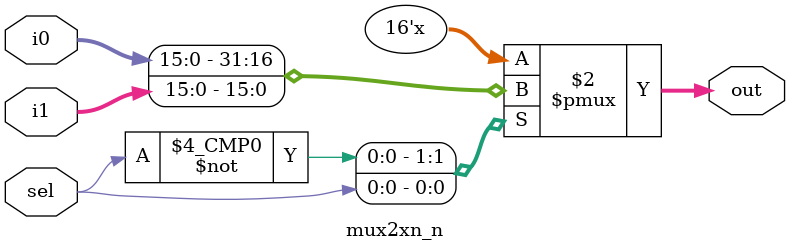
<source format=sv>
`timescale 1ps/1ps
module mux2xn_n #(parameter N=16) (
	input logic [N-1:0] i0, i1,
	input logic sel,
	output logic [N-1:0] out
);

	always_comb begin
		case(sel)
			1'b0: out = i0;
			1'b1: out = i1;
		endcase
	end
endmodule

</source>
